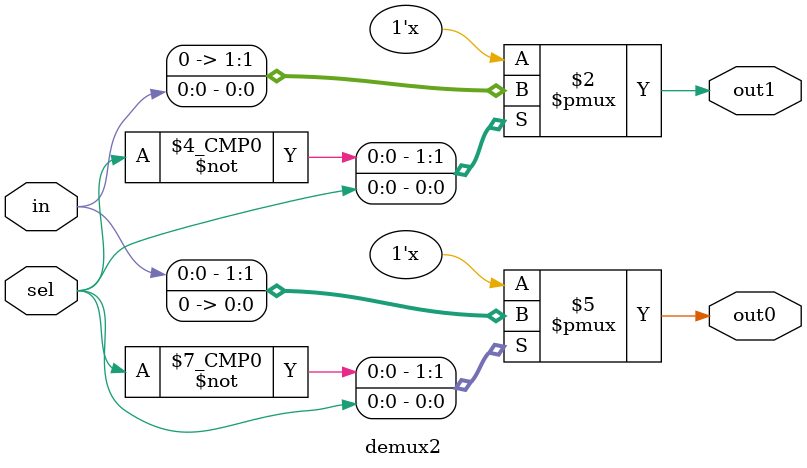
<source format=v>
`timescale 1ns / 1ps


module demux2 #(parameter n = 1)(

    input [n-1:0] in,
    input sel,
    output reg [n-1:0] out0,
    output reg [n-1:0] out1
    );
    
    always @(*)
    begin
        case(sel)
            0:
            begin 
                out0 = in;
                out1 = 0;
            end
            
            1:
            begin
                out0 = 0;
                out1 = in;
            end
        
            default:
            begin
                out0 = 0;
                out1 = 0;
            end
        
        endcase
    end
endmodule

</source>
